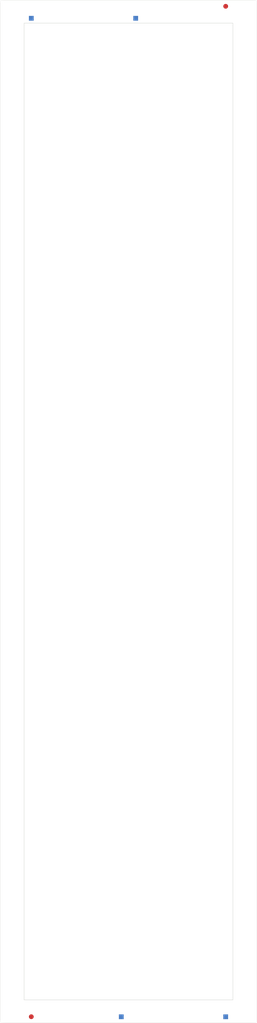
<source format=kicad_pcb>
(kicad_pcb (version 20171130) (host pcbnew 5.1.10-88a1d61d58~88~ubuntu20.10.1)

  (general
    (thickness 1)
    (drawings 12)
    (tracks 0)
    (zones 0)
    (modules 6)
    (nets 1)
  )

  (page A4)
  (layers
    (0 F.Cu signal)
    (31 B.Cu signal)
    (32 B.Adhes user)
    (33 F.Adhes user)
    (34 B.Paste user)
    (35 F.Paste user)
    (36 B.SilkS user)
    (37 F.SilkS user)
    (38 B.Mask user)
    (39 F.Mask user)
    (40 Dwgs.User user)
    (41 Cmts.User user)
    (42 Eco1.User user)
    (43 Eco2.User user)
    (44 Edge.Cuts user)
    (45 Margin user)
    (46 B.CrtYd user)
    (47 F.CrtYd user)
    (48 B.Fab user)
    (49 F.Fab user)
  )

  (setup
    (last_trace_width 0.25)
    (trace_clearance 0.2)
    (zone_clearance 0.508)
    (zone_45_only no)
    (trace_min 0.2)
    (via_size 0.8)
    (via_drill 0.4)
    (via_min_size 0.4)
    (via_min_drill 0.3)
    (uvia_size 0.3)
    (uvia_drill 0.1)
    (uvias_allowed no)
    (uvia_min_size 0.2)
    (uvia_min_drill 0.1)
    (edge_width 0.05)
    (segment_width 0.2)
    (pcb_text_width 0.3)
    (pcb_text_size 1.5 1.5)
    (mod_edge_width 0.12)
    (mod_text_size 1 1)
    (mod_text_width 0.15)
    (pad_size 1.524 1.524)
    (pad_drill 0.762)
    (pad_to_mask_clearance 0)
    (aux_axis_origin 0 0)
    (visible_elements FFFFFF7F)
    (pcbplotparams
      (layerselection 0x012fc_ffffffff)
      (usegerberextensions true)
      (usegerberattributes false)
      (usegerberadvancedattributes false)
      (creategerberjobfile false)
      (excludeedgelayer true)
      (linewidth 0.150000)
      (plotframeref false)
      (viasonmask false)
      (mode 1)
      (useauxorigin false)
      (hpglpennumber 1)
      (hpglpenspeed 20)
      (hpglpendiameter 15.000000)
      (psnegative false)
      (psa4output false)
      (plotreference true)
      (plotvalue true)
      (plotinvisibletext false)
      (padsonsilk false)
      (subtractmaskfromsilk true)
      (outputformat 1)
      (mirror false)
      (drillshape 0)
      (scaleselection 1)
      (outputdirectory "nkpro4-panel-gerbers/"))
  )

  (net 0 "")

  (net_class Default "This is the default net class."
    (clearance 0.2)
    (trace_width 0.25)
    (via_dia 0.8)
    (via_drill 0.4)
    (uvia_dia 0.3)
    (uvia_drill 0.1)
  )

  (module NPTH (layer B.Cu) (tedit 60CA4058) (tstamp 60CAB197)
    (at 50.53 424.325)
    (fp_text reference REF** (at 0 -0.5) (layer B.SilkS) hide
      (effects (font (size 1 1) (thickness 0.15)) (justify mirror))
    )
    (fp_text value NPTH (at 0 0.5) (layer B.Fab) hide
      (effects (font (size 1 1) (thickness 0.15)) (justify mirror))
    )
    (pad "" smd rect (at 0 0) (size 2 2) (layers B.Cu B.Paste B.Mask))
  )

  (module NPTH (layer B.Cu) (tedit 60CA4058) (tstamp 60CAB193)
    (at 94.08 424.325)
    (fp_text reference REF** (at 0 -0.5) (layer B.SilkS) hide
      (effects (font (size 1 1) (thickness 0.15)) (justify mirror))
    )
    (fp_text value NPTH (at 0 0.5) (layer B.Fab) hide
      (effects (font (size 1 1) (thickness 0.15)) (justify mirror))
    )
    (pad "" smd rect (at 0 0) (size 2 2) (layers B.Cu B.Paste B.Mask))
  )

  (module NPTH (layer B.Cu) (tedit 60CA4058) (tstamp 60CAB17D)
    (at 56.55 7.575)
    (fp_text reference REF** (at 0 -0.5) (layer B.SilkS) hide
      (effects (font (size 1 1) (thickness 0.15)) (justify mirror))
    )
    (fp_text value NPTH (at 0 0.5) (layer B.Fab) hide
      (effects (font (size 1 1) (thickness 0.15)) (justify mirror))
    )
    (pad "" smd rect (at 0 0) (size 2 2) (layers B.Cu B.Paste B.Mask))
  )

  (module NPTH (layer B.Cu) (tedit 60CA4058) (tstamp 60CAB161)
    (at 13 7.575)
    (fp_text reference REF** (at 0 -0.5) (layer B.SilkS) hide
      (effects (font (size 1 1) (thickness 0.15)) (justify mirror))
    )
    (fp_text value NPTH (at 0 0.5) (layer B.Fab) hide
      (effects (font (size 1 1) (thickness 0.15)) (justify mirror))
    )
    (pad "" smd rect (at 0 0) (size 2 2) (layers B.Cu B.Paste B.Mask))
  )

  (module NPTH (layer F.Cu) (tedit 60CA3F3F) (tstamp 60CAB0F9)
    (at 13 424.3)
    (fp_text reference REF** (at 0 0.5) (layer F.SilkS) hide
      (effects (font (size 1 1) (thickness 0.15)))
    )
    (fp_text value NPTH (at 0 -0.5) (layer F.Fab) hide
      (effects (font (size 1 1) (thickness 0.15)))
    )
    (pad "" smd circle (at 0 0) (size 2 2) (layers F.Cu F.Paste F.Mask))
  )

  (module NPTH (layer F.Cu) (tedit 60CA3F3F) (tstamp 60CAB111)
    (at 94.08 2.575)
    (fp_text reference REF** (at 0 0.5) (layer F.SilkS) hide
      (effects (font (size 1 1) (thickness 0.15)))
    )
    (fp_text value NPTH (at 0 -0.5) (layer F.Fab) hide
      (effects (font (size 1 1) (thickness 0.15)))
    )
    (pad "" smd circle (at 0 0) (size 2 2) (layers F.Cu F.Paste F.Mask))
  )

  (gr_line (start 10 9.6) (end 97.1 9.6) (layer Edge.Cuts) (width 0.15))
  (gr_line (start 10 9.6) (end 10 417.275) (layer Edge.Cuts) (width 0.15) (tstamp 60CAB0D7))
  (gr_line (start 97.1 9.6) (end 97.1 417.275) (layer Edge.Cuts) (width 0.15))
  (gr_line (start 10 417.275) (end 97.1 417.275) (layer Edge.Cuts) (width 0.15) (tstamp 60CAB0D4))
  (gr_arc (start 106.1 425.875) (end 107.1 425.875) (angle 90) (layer Edge.Cuts) (width 0.05) (tstamp 60CAB0B7))
  (gr_arc (start 106.1 1) (end 106.1 0) (angle 90) (layer Edge.Cuts) (width 0.05) (tstamp 60CAB0A7))
  (gr_arc (start 1 1) (end 0 1) (angle 90) (layer Edge.Cuts) (width 0.05) (tstamp 60CAB089))
  (gr_arc (start 1 425.875) (end 0 425.875) (angle -90) (layer Edge.Cuts) (width 0.05))
  (gr_line (start 106.1 0) (end 1 0) (layer Edge.Cuts) (width 0.1))
  (gr_line (start 107.1 425.875) (end 107.1 1) (layer Edge.Cuts) (width 0.1))
  (gr_line (start 1 426.875) (end 106.1 426.875) (layer Edge.Cuts) (width 0.1))
  (gr_line (start 0 1) (end 0 425.875) (layer Edge.Cuts) (width 0.1))

)

</source>
